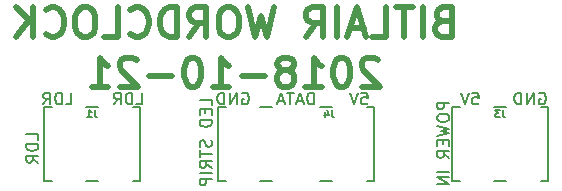
<source format=gbo>
G04 #@! TF.FileFunction,Legend,Bot*
%FSLAX46Y46*%
G04 Gerber Fmt 4.6, Leading zero omitted, Abs format (unit mm)*
G04 Created by KiCad (PCBNEW 4.0.7) date 10/21/18 23:31:01*
%MOMM*%
%LPD*%
G01*
G04 APERTURE LIST*
%ADD10C,0.100000*%
%ADD11C,0.500000*%
%ADD12C,0.200000*%
%ADD13C,0.177800*%
%ADD14C,0.127000*%
%ADD15C,2.082800*%
%ADD16R,2.000000X2.000000*%
%ADD17C,2.000000*%
%ADD18R,2.743200X6.202680*%
G04 APERTURE END LIST*
D10*
D11*
X97912425Y-107475229D02*
X97555282Y-107594276D01*
X97436234Y-107713324D01*
X97317186Y-107951419D01*
X97317186Y-108308562D01*
X97436234Y-108546657D01*
X97555282Y-108665705D01*
X97793377Y-108784752D01*
X98745758Y-108784752D01*
X98745758Y-106284752D01*
X97912425Y-106284752D01*
X97674329Y-106403800D01*
X97555282Y-106522848D01*
X97436234Y-106760943D01*
X97436234Y-106999038D01*
X97555282Y-107237133D01*
X97674329Y-107356181D01*
X97912425Y-107475229D01*
X98745758Y-107475229D01*
X96245758Y-108784752D02*
X96245758Y-106284752D01*
X95412425Y-106284752D02*
X93983853Y-106284752D01*
X94698139Y-108784752D02*
X94698139Y-106284752D01*
X91960044Y-108784752D02*
X93150520Y-108784752D01*
X93150520Y-106284752D01*
X91245758Y-108070467D02*
X90055281Y-108070467D01*
X91483853Y-108784752D02*
X90650519Y-106284752D01*
X89817186Y-108784752D01*
X88983853Y-108784752D02*
X88983853Y-106284752D01*
X86364805Y-108784752D02*
X87198139Y-107594276D01*
X87793377Y-108784752D02*
X87793377Y-106284752D01*
X86840996Y-106284752D01*
X86602901Y-106403800D01*
X86483853Y-106522848D01*
X86364805Y-106760943D01*
X86364805Y-107118086D01*
X86483853Y-107356181D01*
X86602901Y-107475229D01*
X86840996Y-107594276D01*
X87793377Y-107594276D01*
X83626710Y-106284752D02*
X83031472Y-108784752D01*
X82555282Y-106999038D01*
X82079091Y-108784752D01*
X81483853Y-106284752D01*
X80055281Y-106284752D02*
X79579091Y-106284752D01*
X79340996Y-106403800D01*
X79102900Y-106641895D01*
X78983853Y-107118086D01*
X78983853Y-107951419D01*
X79102900Y-108427610D01*
X79340996Y-108665705D01*
X79579091Y-108784752D01*
X80055281Y-108784752D01*
X80293377Y-108665705D01*
X80531472Y-108427610D01*
X80650520Y-107951419D01*
X80650520Y-107118086D01*
X80531472Y-106641895D01*
X80293377Y-106403800D01*
X80055281Y-106284752D01*
X76483852Y-108784752D02*
X77317186Y-107594276D01*
X77912424Y-108784752D02*
X77912424Y-106284752D01*
X76960043Y-106284752D01*
X76721948Y-106403800D01*
X76602900Y-106522848D01*
X76483852Y-106760943D01*
X76483852Y-107118086D01*
X76602900Y-107356181D01*
X76721948Y-107475229D01*
X76960043Y-107594276D01*
X77912424Y-107594276D01*
X75412424Y-108784752D02*
X75412424Y-106284752D01*
X74817186Y-106284752D01*
X74460043Y-106403800D01*
X74221948Y-106641895D01*
X74102900Y-106879990D01*
X73983852Y-107356181D01*
X73983852Y-107713324D01*
X74102900Y-108189514D01*
X74221948Y-108427610D01*
X74460043Y-108665705D01*
X74817186Y-108784752D01*
X75412424Y-108784752D01*
X71483852Y-108546657D02*
X71602900Y-108665705D01*
X71960043Y-108784752D01*
X72198138Y-108784752D01*
X72555281Y-108665705D01*
X72793376Y-108427610D01*
X72912424Y-108189514D01*
X73031472Y-107713324D01*
X73031472Y-107356181D01*
X72912424Y-106879990D01*
X72793376Y-106641895D01*
X72555281Y-106403800D01*
X72198138Y-106284752D01*
X71960043Y-106284752D01*
X71602900Y-106403800D01*
X71483852Y-106522848D01*
X69221948Y-108784752D02*
X70412424Y-108784752D01*
X70412424Y-106284752D01*
X67912423Y-106284752D02*
X67436233Y-106284752D01*
X67198138Y-106403800D01*
X66960042Y-106641895D01*
X66840995Y-107118086D01*
X66840995Y-107951419D01*
X66960042Y-108427610D01*
X67198138Y-108665705D01*
X67436233Y-108784752D01*
X67912423Y-108784752D01*
X68150519Y-108665705D01*
X68388614Y-108427610D01*
X68507662Y-107951419D01*
X68507662Y-107118086D01*
X68388614Y-106641895D01*
X68150519Y-106403800D01*
X67912423Y-106284752D01*
X64340994Y-108546657D02*
X64460042Y-108665705D01*
X64817185Y-108784752D01*
X65055280Y-108784752D01*
X65412423Y-108665705D01*
X65650518Y-108427610D01*
X65769566Y-108189514D01*
X65888614Y-107713324D01*
X65888614Y-107356181D01*
X65769566Y-106879990D01*
X65650518Y-106641895D01*
X65412423Y-106403800D01*
X65055280Y-106284752D01*
X64817185Y-106284752D01*
X64460042Y-106403800D01*
X64340994Y-106522848D01*
X63269566Y-108784752D02*
X63269566Y-106284752D01*
X61840994Y-108784752D02*
X62912423Y-107356181D01*
X61840994Y-106284752D02*
X63269566Y-107713324D01*
X92495756Y-110772848D02*
X92376708Y-110653800D01*
X92138613Y-110534752D01*
X91543375Y-110534752D01*
X91305279Y-110653800D01*
X91186232Y-110772848D01*
X91067184Y-111010943D01*
X91067184Y-111249038D01*
X91186232Y-111606181D01*
X92614803Y-113034752D01*
X91067184Y-113034752D01*
X89519565Y-110534752D02*
X89281470Y-110534752D01*
X89043375Y-110653800D01*
X88924327Y-110772848D01*
X88805280Y-111010943D01*
X88686232Y-111487133D01*
X88686232Y-112082371D01*
X88805280Y-112558562D01*
X88924327Y-112796657D01*
X89043375Y-112915705D01*
X89281470Y-113034752D01*
X89519565Y-113034752D01*
X89757661Y-112915705D01*
X89876708Y-112796657D01*
X89995756Y-112558562D01*
X90114804Y-112082371D01*
X90114804Y-111487133D01*
X89995756Y-111010943D01*
X89876708Y-110772848D01*
X89757661Y-110653800D01*
X89519565Y-110534752D01*
X86305280Y-113034752D02*
X87733852Y-113034752D01*
X87019566Y-113034752D02*
X87019566Y-110534752D01*
X87257661Y-110891895D01*
X87495756Y-111129990D01*
X87733852Y-111249038D01*
X84876709Y-111606181D02*
X85114804Y-111487133D01*
X85233852Y-111368086D01*
X85352900Y-111129990D01*
X85352900Y-111010943D01*
X85233852Y-110772848D01*
X85114804Y-110653800D01*
X84876709Y-110534752D01*
X84400519Y-110534752D01*
X84162423Y-110653800D01*
X84043376Y-110772848D01*
X83924328Y-111010943D01*
X83924328Y-111129990D01*
X84043376Y-111368086D01*
X84162423Y-111487133D01*
X84400519Y-111606181D01*
X84876709Y-111606181D01*
X85114804Y-111725229D01*
X85233852Y-111844276D01*
X85352900Y-112082371D01*
X85352900Y-112558562D01*
X85233852Y-112796657D01*
X85114804Y-112915705D01*
X84876709Y-113034752D01*
X84400519Y-113034752D01*
X84162423Y-112915705D01*
X84043376Y-112796657D01*
X83924328Y-112558562D01*
X83924328Y-112082371D01*
X84043376Y-111844276D01*
X84162423Y-111725229D01*
X84400519Y-111606181D01*
X82852900Y-112082371D02*
X80948138Y-112082371D01*
X78448138Y-113034752D02*
X79876710Y-113034752D01*
X79162424Y-113034752D02*
X79162424Y-110534752D01*
X79400519Y-110891895D01*
X79638614Y-111129990D01*
X79876710Y-111249038D01*
X76900519Y-110534752D02*
X76662424Y-110534752D01*
X76424329Y-110653800D01*
X76305281Y-110772848D01*
X76186234Y-111010943D01*
X76067186Y-111487133D01*
X76067186Y-112082371D01*
X76186234Y-112558562D01*
X76305281Y-112796657D01*
X76424329Y-112915705D01*
X76662424Y-113034752D01*
X76900519Y-113034752D01*
X77138615Y-112915705D01*
X77257662Y-112796657D01*
X77376710Y-112558562D01*
X77495758Y-112082371D01*
X77495758Y-111487133D01*
X77376710Y-111010943D01*
X77257662Y-110772848D01*
X77138615Y-110653800D01*
X76900519Y-110534752D01*
X74995758Y-112082371D02*
X73090996Y-112082371D01*
X72019568Y-110772848D02*
X71900520Y-110653800D01*
X71662425Y-110534752D01*
X71067187Y-110534752D01*
X70829091Y-110653800D01*
X70710044Y-110772848D01*
X70590996Y-111010943D01*
X70590996Y-111249038D01*
X70710044Y-111606181D01*
X72138615Y-113034752D01*
X70590996Y-113034752D01*
X68210044Y-113034752D02*
X69638616Y-113034752D01*
X68924330Y-113034752D02*
X68924330Y-110534752D01*
X69162425Y-110891895D01*
X69400520Y-111129990D01*
X69638616Y-111249038D01*
D12*
X66031976Y-114498381D02*
X66508167Y-114498381D01*
X66508167Y-113498381D01*
X65698643Y-114498381D02*
X65698643Y-113498381D01*
X65460548Y-113498381D01*
X65317690Y-113546000D01*
X65222452Y-113641238D01*
X65174833Y-113736476D01*
X65127214Y-113926952D01*
X65127214Y-114069810D01*
X65174833Y-114260286D01*
X65222452Y-114355524D01*
X65317690Y-114450762D01*
X65460548Y-114498381D01*
X65698643Y-114498381D01*
X64127214Y-114498381D02*
X64460548Y-114022190D01*
X64698643Y-114498381D02*
X64698643Y-113498381D01*
X64317690Y-113498381D01*
X64222452Y-113546000D01*
X64174833Y-113593619D01*
X64127214Y-113688857D01*
X64127214Y-113831714D01*
X64174833Y-113926952D01*
X64222452Y-113974571D01*
X64317690Y-114022190D01*
X64698643Y-114022190D01*
X72000976Y-114498381D02*
X72477167Y-114498381D01*
X72477167Y-113498381D01*
X71667643Y-114498381D02*
X71667643Y-113498381D01*
X71429548Y-113498381D01*
X71286690Y-113546000D01*
X71191452Y-113641238D01*
X71143833Y-113736476D01*
X71096214Y-113926952D01*
X71096214Y-114069810D01*
X71143833Y-114260286D01*
X71191452Y-114355524D01*
X71286690Y-114450762D01*
X71429548Y-114498381D01*
X71667643Y-114498381D01*
X70096214Y-114498381D02*
X70429548Y-114022190D01*
X70667643Y-114498381D02*
X70667643Y-113498381D01*
X70286690Y-113498381D01*
X70191452Y-113546000D01*
X70143833Y-113593619D01*
X70096214Y-113688857D01*
X70096214Y-113831714D01*
X70143833Y-113926952D01*
X70191452Y-113974571D01*
X70286690Y-114022190D01*
X70667643Y-114022190D01*
X80962404Y-113546000D02*
X81057642Y-113498381D01*
X81200499Y-113498381D01*
X81343357Y-113546000D01*
X81438595Y-113641238D01*
X81486214Y-113736476D01*
X81533833Y-113926952D01*
X81533833Y-114069810D01*
X81486214Y-114260286D01*
X81438595Y-114355524D01*
X81343357Y-114450762D01*
X81200499Y-114498381D01*
X81105261Y-114498381D01*
X80962404Y-114450762D01*
X80914785Y-114403143D01*
X80914785Y-114069810D01*
X81105261Y-114069810D01*
X80486214Y-114498381D02*
X80486214Y-113498381D01*
X79914785Y-114498381D01*
X79914785Y-113498381D01*
X79438595Y-114498381D02*
X79438595Y-113498381D01*
X79200500Y-113498381D01*
X79057642Y-113546000D01*
X78962404Y-113641238D01*
X78914785Y-113736476D01*
X78867166Y-113926952D01*
X78867166Y-114069810D01*
X78914785Y-114260286D01*
X78962404Y-114355524D01*
X79057642Y-114450762D01*
X79200500Y-114498381D01*
X79438595Y-114498381D01*
X87034500Y-114498381D02*
X87034500Y-113498381D01*
X86796405Y-113498381D01*
X86653547Y-113546000D01*
X86558309Y-113641238D01*
X86510690Y-113736476D01*
X86463071Y-113926952D01*
X86463071Y-114069810D01*
X86510690Y-114260286D01*
X86558309Y-114355524D01*
X86653547Y-114450762D01*
X86796405Y-114498381D01*
X87034500Y-114498381D01*
X86082119Y-114212667D02*
X85605928Y-114212667D01*
X86177357Y-114498381D02*
X85844024Y-113498381D01*
X85510690Y-114498381D01*
X85320214Y-113498381D02*
X84748785Y-113498381D01*
X85034500Y-114498381D02*
X85034500Y-113498381D01*
X84463071Y-114212667D02*
X83986880Y-114212667D01*
X84558309Y-114498381D02*
X84224976Y-113498381D01*
X83891642Y-114498381D01*
X91058976Y-113498381D02*
X91535167Y-113498381D01*
X91582786Y-113974571D01*
X91535167Y-113926952D01*
X91439929Y-113879333D01*
X91201833Y-113879333D01*
X91106595Y-113926952D01*
X91058976Y-113974571D01*
X91011357Y-114069810D01*
X91011357Y-114307905D01*
X91058976Y-114403143D01*
X91106595Y-114450762D01*
X91201833Y-114498381D01*
X91439929Y-114498381D01*
X91535167Y-114450762D01*
X91582786Y-114403143D01*
X90725643Y-113498381D02*
X90392310Y-114498381D01*
X90058976Y-113498381D01*
X100456976Y-113498381D02*
X100933167Y-113498381D01*
X100980786Y-113974571D01*
X100933167Y-113926952D01*
X100837929Y-113879333D01*
X100599833Y-113879333D01*
X100504595Y-113926952D01*
X100456976Y-113974571D01*
X100409357Y-114069810D01*
X100409357Y-114307905D01*
X100456976Y-114403143D01*
X100504595Y-114450762D01*
X100599833Y-114498381D01*
X100837929Y-114498381D01*
X100933167Y-114450762D01*
X100980786Y-114403143D01*
X100123643Y-113498381D02*
X99790310Y-114498381D01*
X99456976Y-113498381D01*
X106108404Y-113546000D02*
X106203642Y-113498381D01*
X106346499Y-113498381D01*
X106489357Y-113546000D01*
X106584595Y-113641238D01*
X106632214Y-113736476D01*
X106679833Y-113926952D01*
X106679833Y-114069810D01*
X106632214Y-114260286D01*
X106584595Y-114355524D01*
X106489357Y-114450762D01*
X106346499Y-114498381D01*
X106251261Y-114498381D01*
X106108404Y-114450762D01*
X106060785Y-114403143D01*
X106060785Y-114069810D01*
X106251261Y-114069810D01*
X105632214Y-114498381D02*
X105632214Y-113498381D01*
X105060785Y-114498381D01*
X105060785Y-113498381D01*
X104584595Y-114498381D02*
X104584595Y-113498381D01*
X104346500Y-113498381D01*
X104203642Y-113546000D01*
X104108404Y-113641238D01*
X104060785Y-113736476D01*
X104013166Y-113926952D01*
X104013166Y-114069810D01*
X104060785Y-114260286D01*
X104108404Y-114355524D01*
X104203642Y-114450762D01*
X104346500Y-114498381D01*
X104584595Y-114498381D01*
D13*
X72326500Y-114701320D02*
X72326500Y-121010680D01*
X72326500Y-121010680D02*
X71691500Y-121010680D01*
X72326500Y-114701320D02*
X71691500Y-114701320D01*
X68770500Y-114701320D02*
X67754500Y-114701320D01*
X67754500Y-121010680D02*
X68770500Y-121010680D01*
X64198500Y-121010680D02*
X64198500Y-114701320D01*
X64198500Y-121010680D02*
X64833500Y-121010680D01*
X64198500Y-114701320D02*
X64833500Y-114701320D01*
X98742500Y-121010680D02*
X98742500Y-114701320D01*
X98742500Y-114701320D02*
X99377500Y-114701320D01*
X98742500Y-121010680D02*
X99377500Y-121010680D01*
X102298500Y-121010680D02*
X103314500Y-121010680D01*
X103314500Y-114701320D02*
X102298500Y-114701320D01*
X106870500Y-114701320D02*
X106870500Y-121010680D01*
X106870500Y-114701320D02*
X106235500Y-114701320D01*
X106870500Y-121010680D02*
X106235500Y-121010680D01*
X92138500Y-114701320D02*
X92138500Y-121010680D01*
X92138500Y-121010680D02*
X91503500Y-121010680D01*
X92138500Y-114701320D02*
X91503500Y-114701320D01*
X88582500Y-114701320D02*
X87566500Y-114701320D01*
X83502500Y-114701320D02*
X82486500Y-114701320D01*
X87566500Y-121010680D02*
X88582500Y-121010680D01*
X82486500Y-121010680D02*
X83502500Y-121010680D01*
X78930500Y-121010680D02*
X78930500Y-114701320D01*
X78930500Y-121010680D02*
X79565500Y-121010680D01*
X78930500Y-114701320D02*
X79565500Y-114701320D01*
D14*
X68465700Y-114982171D02*
X68465700Y-115417600D01*
X68494728Y-115504686D01*
X68552785Y-115562743D01*
X68639871Y-115591771D01*
X68697928Y-115591771D01*
X67856100Y-115591771D02*
X68204443Y-115591771D01*
X68030271Y-115591771D02*
X68030271Y-114982171D01*
X68088328Y-115069257D01*
X68146386Y-115127314D01*
X68204443Y-115156343D01*
D12*
X63685681Y-117521124D02*
X63685681Y-117044933D01*
X62685681Y-117044933D01*
X63685681Y-117854457D02*
X62685681Y-117854457D01*
X62685681Y-118092552D01*
X62733300Y-118235410D01*
X62828538Y-118330648D01*
X62923776Y-118378267D01*
X63114252Y-118425886D01*
X63257110Y-118425886D01*
X63447586Y-118378267D01*
X63542824Y-118330648D01*
X63638062Y-118235410D01*
X63685681Y-118092552D01*
X63685681Y-117854457D01*
X63685681Y-119425886D02*
X63209490Y-119092552D01*
X63685681Y-118854457D02*
X62685681Y-118854457D01*
X62685681Y-119235410D01*
X62733300Y-119330648D01*
X62780919Y-119378267D01*
X62876157Y-119425886D01*
X63019014Y-119425886D01*
X63114252Y-119378267D01*
X63161871Y-119330648D01*
X63209490Y-119235410D01*
X63209490Y-118854457D01*
D14*
X103009700Y-114982171D02*
X103009700Y-115417600D01*
X103038728Y-115504686D01*
X103096785Y-115562743D01*
X103183871Y-115591771D01*
X103241928Y-115591771D01*
X102777471Y-114982171D02*
X102400100Y-114982171D01*
X102603300Y-115214400D01*
X102516214Y-115214400D01*
X102458157Y-115243429D01*
X102429128Y-115272457D01*
X102400100Y-115330514D01*
X102400100Y-115475657D01*
X102429128Y-115533714D01*
X102458157Y-115562743D01*
X102516214Y-115591771D01*
X102690386Y-115591771D01*
X102748443Y-115562743D01*
X102777471Y-115533714D01*
D12*
X98483681Y-114352819D02*
X97483681Y-114352819D01*
X97483681Y-114733772D01*
X97531300Y-114829010D01*
X97578919Y-114876629D01*
X97674157Y-114924248D01*
X97817014Y-114924248D01*
X97912252Y-114876629D01*
X97959871Y-114829010D01*
X98007490Y-114733772D01*
X98007490Y-114352819D01*
X97483681Y-115543295D02*
X97483681Y-115733772D01*
X97531300Y-115829010D01*
X97626538Y-115924248D01*
X97817014Y-115971867D01*
X98150348Y-115971867D01*
X98340824Y-115924248D01*
X98436062Y-115829010D01*
X98483681Y-115733772D01*
X98483681Y-115543295D01*
X98436062Y-115448057D01*
X98340824Y-115352819D01*
X98150348Y-115305200D01*
X97817014Y-115305200D01*
X97626538Y-115352819D01*
X97531300Y-115448057D01*
X97483681Y-115543295D01*
X97483681Y-116305200D02*
X98483681Y-116543295D01*
X97769395Y-116733772D01*
X98483681Y-116924248D01*
X97483681Y-117162343D01*
X97959871Y-117543295D02*
X97959871Y-117876629D01*
X98483681Y-118019486D02*
X98483681Y-117543295D01*
X97483681Y-117543295D01*
X97483681Y-118019486D01*
X98483681Y-119019486D02*
X98007490Y-118686152D01*
X98483681Y-118448057D02*
X97483681Y-118448057D01*
X97483681Y-118829010D01*
X97531300Y-118924248D01*
X97578919Y-118971867D01*
X97674157Y-119019486D01*
X97817014Y-119019486D01*
X97912252Y-118971867D01*
X97959871Y-118924248D01*
X98007490Y-118829010D01*
X98007490Y-118448057D01*
X98483681Y-120209962D02*
X97483681Y-120209962D01*
X98483681Y-120686152D02*
X97483681Y-120686152D01*
X98483681Y-121257581D01*
X97483681Y-121257581D01*
D14*
X88531700Y-114982171D02*
X88531700Y-115417600D01*
X88560728Y-115504686D01*
X88618785Y-115562743D01*
X88705871Y-115591771D01*
X88763928Y-115591771D01*
X87980157Y-115185371D02*
X87980157Y-115591771D01*
X88125300Y-114953143D02*
X88270443Y-115388571D01*
X87893071Y-115388571D01*
D12*
X78366881Y-114584553D02*
X78366881Y-114108362D01*
X77366881Y-114108362D01*
X77843071Y-114917886D02*
X77843071Y-115251220D01*
X78366881Y-115394077D02*
X78366881Y-114917886D01*
X77366881Y-114917886D01*
X77366881Y-115394077D01*
X78366881Y-115822648D02*
X77366881Y-115822648D01*
X77366881Y-116060743D01*
X77414500Y-116203601D01*
X77509738Y-116298839D01*
X77604976Y-116346458D01*
X77795452Y-116394077D01*
X77938310Y-116394077D01*
X78128786Y-116346458D01*
X78224024Y-116298839D01*
X78319262Y-116203601D01*
X78366881Y-116060743D01*
X78366881Y-115822648D01*
X78319262Y-117536934D02*
X78366881Y-117679791D01*
X78366881Y-117917887D01*
X78319262Y-118013125D01*
X78271643Y-118060744D01*
X78176405Y-118108363D01*
X78081167Y-118108363D01*
X77985929Y-118060744D01*
X77938310Y-118013125D01*
X77890690Y-117917887D01*
X77843071Y-117727410D01*
X77795452Y-117632172D01*
X77747833Y-117584553D01*
X77652595Y-117536934D01*
X77557357Y-117536934D01*
X77462119Y-117584553D01*
X77414500Y-117632172D01*
X77366881Y-117727410D01*
X77366881Y-117965506D01*
X77414500Y-118108363D01*
X77366881Y-118394077D02*
X77366881Y-118965506D01*
X78366881Y-118679791D02*
X77366881Y-118679791D01*
X78366881Y-119870268D02*
X77890690Y-119536934D01*
X78366881Y-119298839D02*
X77366881Y-119298839D01*
X77366881Y-119679792D01*
X77414500Y-119775030D01*
X77462119Y-119822649D01*
X77557357Y-119870268D01*
X77700214Y-119870268D01*
X77795452Y-119822649D01*
X77843071Y-119775030D01*
X77890690Y-119679792D01*
X77890690Y-119298839D01*
X78366881Y-120298839D02*
X77366881Y-120298839D01*
X78366881Y-120775029D02*
X77366881Y-120775029D01*
X77366881Y-121155982D01*
X77414500Y-121251220D01*
X77462119Y-121298839D01*
X77557357Y-121346458D01*
X77700214Y-121346458D01*
X77795452Y-121298839D01*
X77843071Y-121251220D01*
X77890690Y-121155982D01*
X77890690Y-120775029D01*
%LPC*%
D15*
X83502500Y-103632000D03*
X86042500Y-103886000D03*
X88582500Y-103632000D03*
X91122500Y-103886000D03*
X93662500Y-103632000D03*
X96202500Y-103886000D03*
D16*
X102298500Y-107696000D03*
D17*
X104798500Y-107696000D03*
D18*
X70802500Y-117856000D03*
X65722500Y-117856000D03*
X100266500Y-117856000D03*
X105346500Y-117856000D03*
X90614500Y-117856000D03*
X85534500Y-117856000D03*
X80454500Y-117856000D03*
M02*

</source>
